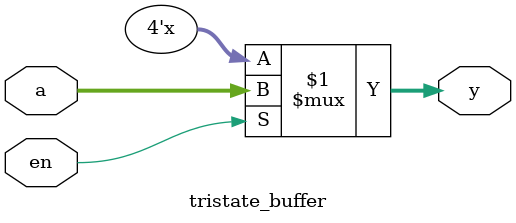
<source format=sv>
module tristate_buffer(
    input                   en,
    input           [3:0]    a,
    output  logic   [3:0]    y
);

assign y = (en)? a: 4'bz;
endmodule
</source>
